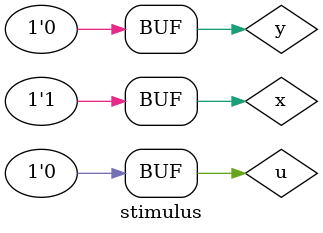
<source format=v>
`timescale 1ns / 1ps
module stimulus;
	// Inputs
	reg x;
	reg y;
	reg u;
	// Outputs
	wire z;
	// Instantiate the Unit Under Test (UUT)
	and_gate uut (
		x, 
		y,
		u, 
		z
	);
 
	initial begin
	$dumpfile("test.vcd");
    $dumpvars(0,stimulus);
		// Initialize Inputs
		x = 0;
		y = 0;
		u = 0;
 
	#20 x = 1;
	#20 y = 1;
	#20 u = 1;
	#20 y = 0;	
	#20 x = 1;
	#20 u = 0;	  
	#40 ;
 
	end  
 
		initial begin
		 $monitor("t=%3d x=%d,y=%d,u=%d,z=%d \n",$time,x,y,u,z, );
		 end
 
endmodule
 
 

</source>
